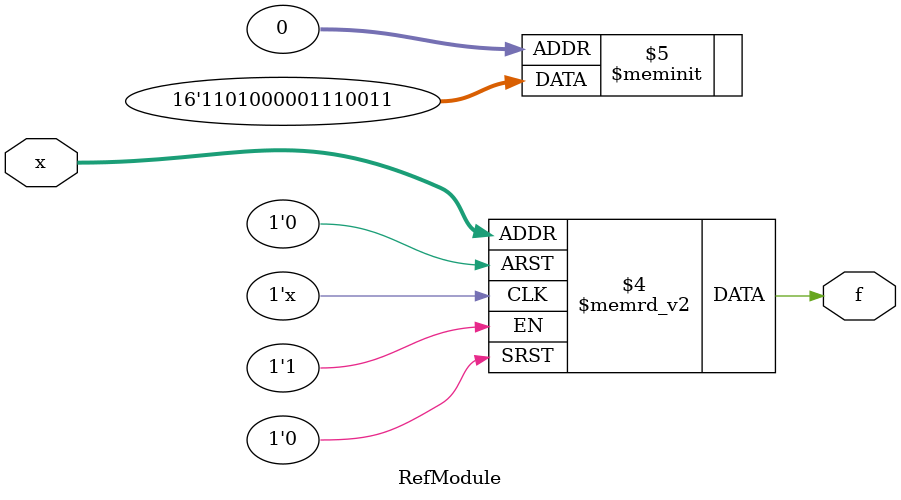
<source format=sv>

module RefModule (
  input [3:0] x,
  output logic f
);

  always_comb begin
    case (x)
      4'h0: f = 1;
      4'h1: f = 1;
      4'h2: f = 0;
      4'h3: f = 0;
      4'h4: f = 1;
      4'h5: f = 1;
      4'h6: f = 1;
      4'h7: f = 0;
      4'h8: f = 0;
      4'h9: f = 0;
      4'ha: f = 0;
      4'hb: f = 0;
      4'hc: f = 1;
      4'hd: f = 0;
      4'he: f = 1;
      4'hf: f = 1;
    endcase
  end

endmodule


</source>
